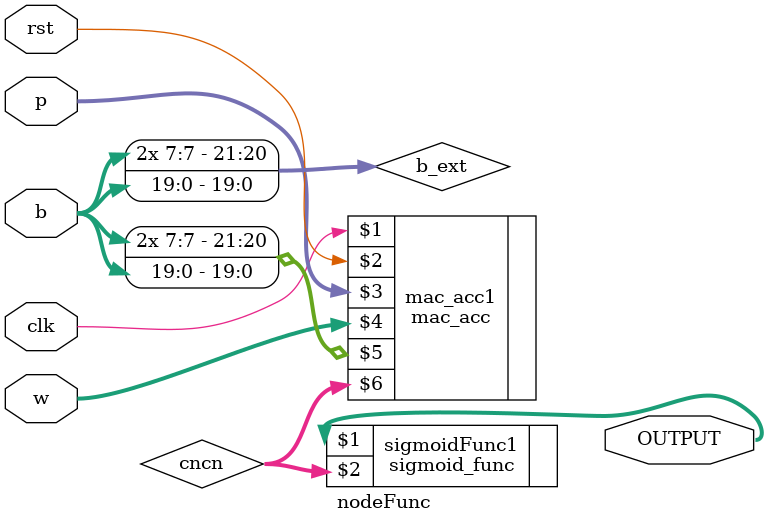
<source format=v>
`timescale 1ns / 1ps


module nodeFunc(OUTPUT, clk,rst,p,w,b);
 output [7:0] OUTPUT;
 input clk,rst;
 input [127:0]p;
 input [127:0]w;
 input [19:0]b;
 
 wire [21:0] cncn;
 wire [21:0] b_ext;
 
 assign b_ext = {{14{b[7]}},b};
 
 mac_acc mac_acc1(clk, rst, p,w,b_ext,cncn);
 
 sigmoid_func sigmoidFunc1(OUTPUT,cncn);
 
 endmodule

</source>
